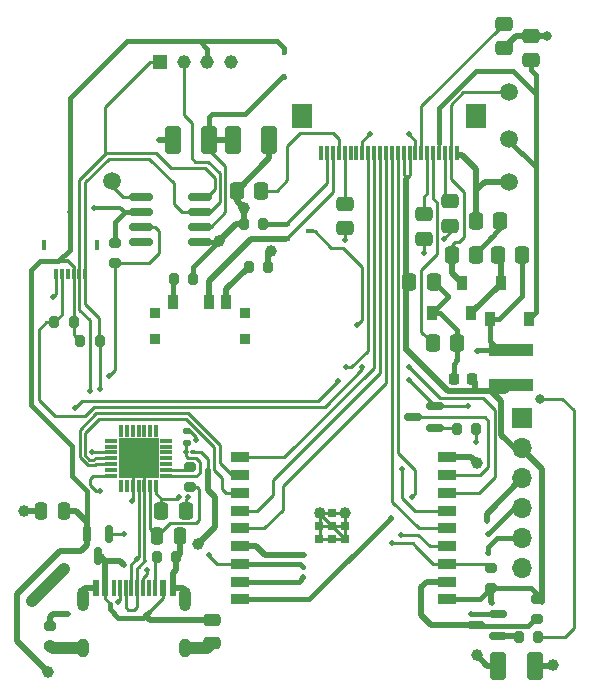
<source format=gtl>
G04 #@! TF.GenerationSoftware,KiCad,Pcbnew,6.0.11-2627ca5db0~126~ubuntu20.04.1*
G04 #@! TF.CreationDate,2023-02-17T07:43:56+01:00*
G04 #@! TF.ProjectId,C3-27-epaper-touch,43332d32-372d-4657-9061-7065722d746f,rev?*
G04 #@! TF.SameCoordinates,Original*
G04 #@! TF.FileFunction,Copper,L1,Top*
G04 #@! TF.FilePolarity,Positive*
%FSLAX46Y46*%
G04 Gerber Fmt 4.6, Leading zero omitted, Abs format (unit mm)*
G04 Created by KiCad (PCBNEW 6.0.11-2627ca5db0~126~ubuntu20.04.1) date 2023-02-17 07:43:56*
%MOMM*%
%LPD*%
G01*
G04 APERTURE LIST*
G04 Aperture macros list*
%AMRoundRect*
0 Rectangle with rounded corners*
0 $1 Rounding radius*
0 $2 $3 $4 $5 $6 $7 $8 $9 X,Y pos of 4 corners*
0 Add a 4 corners polygon primitive as box body*
4,1,4,$2,$3,$4,$5,$6,$7,$8,$9,$2,$3,0*
0 Add four circle primitives for the rounded corners*
1,1,$1+$1,$2,$3*
1,1,$1+$1,$4,$5*
1,1,$1+$1,$6,$7*
1,1,$1+$1,$8,$9*
0 Add four rect primitives between the rounded corners*
20,1,$1+$1,$2,$3,$4,$5,0*
20,1,$1+$1,$4,$5,$6,$7,0*
20,1,$1+$1,$6,$7,$8,$9,0*
20,1,$1+$1,$8,$9,$2,$3,0*%
G04 Aperture macros list end*
G04 #@! TA.AperFunction,SMDPad,CuDef*
%ADD10C,1.500000*%
G04 #@! TD*
G04 #@! TA.AperFunction,SMDPad,CuDef*
%ADD11R,0.450000X0.600000*%
G04 #@! TD*
G04 #@! TA.AperFunction,SMDPad,CuDef*
%ADD12RoundRect,0.250000X-0.337500X-0.475000X0.337500X-0.475000X0.337500X0.475000X-0.337500X0.475000X0*%
G04 #@! TD*
G04 #@! TA.AperFunction,SMDPad,CuDef*
%ADD13R,1.498600X0.889000*%
G04 #@! TD*
G04 #@! TA.AperFunction,SMDPad,CuDef*
%ADD14R,0.711200X0.711200*%
G04 #@! TD*
G04 #@! TA.AperFunction,SMDPad,CuDef*
%ADD15RoundRect,0.150000X0.587500X0.150000X-0.587500X0.150000X-0.587500X-0.150000X0.587500X-0.150000X0*%
G04 #@! TD*
G04 #@! TA.AperFunction,SMDPad,CuDef*
%ADD16RoundRect,0.250000X0.475000X-0.337500X0.475000X0.337500X-0.475000X0.337500X-0.475000X-0.337500X0*%
G04 #@! TD*
G04 #@! TA.AperFunction,SMDPad,CuDef*
%ADD17RoundRect,0.250000X0.337500X0.475000X-0.337500X0.475000X-0.337500X-0.475000X0.337500X-0.475000X0*%
G04 #@! TD*
G04 #@! TA.AperFunction,SMDPad,CuDef*
%ADD18R,0.600000X1.450000*%
G04 #@! TD*
G04 #@! TA.AperFunction,SMDPad,CuDef*
%ADD19R,0.300000X1.450000*%
G04 #@! TD*
G04 #@! TA.AperFunction,ComponentPad*
%ADD20O,1.000000X2.100000*%
G04 #@! TD*
G04 #@! TA.AperFunction,ComponentPad*
%ADD21O,1.000000X1.600000*%
G04 #@! TD*
G04 #@! TA.AperFunction,SMDPad,CuDef*
%ADD22RoundRect,0.150000X-0.150000X0.587500X-0.150000X-0.587500X0.150000X-0.587500X0.150000X0.587500X0*%
G04 #@! TD*
G04 #@! TA.AperFunction,SMDPad,CuDef*
%ADD23RoundRect,0.200000X0.275000X-0.200000X0.275000X0.200000X-0.275000X0.200000X-0.275000X-0.200000X0*%
G04 #@! TD*
G04 #@! TA.AperFunction,SMDPad,CuDef*
%ADD24RoundRect,0.200000X-0.200000X-0.275000X0.200000X-0.275000X0.200000X0.275000X-0.200000X0.275000X0*%
G04 #@! TD*
G04 #@! TA.AperFunction,SMDPad,CuDef*
%ADD25RoundRect,0.250000X0.412500X0.925000X-0.412500X0.925000X-0.412500X-0.925000X0.412500X-0.925000X0*%
G04 #@! TD*
G04 #@! TA.AperFunction,SMDPad,CuDef*
%ADD26RoundRect,0.150000X-0.825000X-0.150000X0.825000X-0.150000X0.825000X0.150000X-0.825000X0.150000X0*%
G04 #@! TD*
G04 #@! TA.AperFunction,SMDPad,CuDef*
%ADD27RoundRect,0.250000X-0.475000X0.337500X-0.475000X-0.337500X0.475000X-0.337500X0.475000X0.337500X0*%
G04 #@! TD*
G04 #@! TA.AperFunction,SMDPad,CuDef*
%ADD28RoundRect,0.200000X0.200000X0.275000X-0.200000X0.275000X-0.200000X-0.275000X0.200000X-0.275000X0*%
G04 #@! TD*
G04 #@! TA.AperFunction,SMDPad,CuDef*
%ADD29R,0.889000X1.244600*%
G04 #@! TD*
G04 #@! TA.AperFunction,SMDPad,CuDef*
%ADD30R,0.812800X0.939800*%
G04 #@! TD*
G04 #@! TA.AperFunction,SMDPad,CuDef*
%ADD31RoundRect,0.250000X-0.475000X0.250000X-0.475000X-0.250000X0.475000X-0.250000X0.475000X0.250000X0*%
G04 #@! TD*
G04 #@! TA.AperFunction,SMDPad,CuDef*
%ADD32R,0.304800X1.193800*%
G04 #@! TD*
G04 #@! TA.AperFunction,SMDPad,CuDef*
%ADD33R,1.803400X2.006600*%
G04 #@! TD*
G04 #@! TA.AperFunction,SMDPad,CuDef*
%ADD34R,0.900000X1.200000*%
G04 #@! TD*
G04 #@! TA.AperFunction,SMDPad,CuDef*
%ADD35RoundRect,0.250000X-0.250000X-0.475000X0.250000X-0.475000X0.250000X0.475000X-0.250000X0.475000X0*%
G04 #@! TD*
G04 #@! TA.AperFunction,SMDPad,CuDef*
%ADD36RoundRect,0.200000X-0.275000X0.200000X-0.275000X-0.200000X0.275000X-0.200000X0.275000X0.200000X0*%
G04 #@! TD*
G04 #@! TA.AperFunction,SMDPad,CuDef*
%ADD37RoundRect,0.250000X0.250000X0.475000X-0.250000X0.475000X-0.250000X-0.475000X0.250000X-0.475000X0*%
G04 #@! TD*
G04 #@! TA.AperFunction,SMDPad,CuDef*
%ADD38RoundRect,0.250000X-0.412500X-0.925000X0.412500X-0.925000X0.412500X0.925000X-0.412500X0.925000X0*%
G04 #@! TD*
G04 #@! TA.AperFunction,SMDPad,CuDef*
%ADD39R,0.304800X0.812800*%
G04 #@! TD*
G04 #@! TA.AperFunction,SMDPad,CuDef*
%ADD40R,0.406400X0.812800*%
G04 #@! TD*
G04 #@! TA.AperFunction,SMDPad,CuDef*
%ADD41R,0.300000X1.000000*%
G04 #@! TD*
G04 #@! TA.AperFunction,SMDPad,CuDef*
%ADD42R,1.000000X0.300000*%
G04 #@! TD*
G04 #@! TA.AperFunction,SMDPad,CuDef*
%ADD43R,3.350000X3.350000*%
G04 #@! TD*
G04 #@! TA.AperFunction,SMDPad,CuDef*
%ADD44RoundRect,0.135000X-0.185000X0.135000X-0.185000X-0.135000X0.185000X-0.135000X0.185000X0.135000X0*%
G04 #@! TD*
G04 #@! TA.AperFunction,ComponentPad*
%ADD45R,1.150000X1.150000*%
G04 #@! TD*
G04 #@! TA.AperFunction,ComponentPad*
%ADD46C,1.150000*%
G04 #@! TD*
G04 #@! TA.AperFunction,ComponentPad*
%ADD47R,1.700000X1.700000*%
G04 #@! TD*
G04 #@! TA.AperFunction,ComponentPad*
%ADD48O,1.700000X1.700000*%
G04 #@! TD*
G04 #@! TA.AperFunction,SMDPad,CuDef*
%ADD49R,0.700000X0.450000*%
G04 #@! TD*
G04 #@! TA.AperFunction,SMDPad,CuDef*
%ADD50RoundRect,0.225000X-0.225000X-0.250000X0.225000X-0.250000X0.225000X0.250000X-0.225000X0.250000X0*%
G04 #@! TD*
G04 #@! TA.AperFunction,SMDPad,CuDef*
%ADD51R,3.708400X1.092200*%
G04 #@! TD*
G04 #@! TA.AperFunction,SMDPad,CuDef*
%ADD52RoundRect,0.100000X-0.130000X-0.100000X0.130000X-0.100000X0.130000X0.100000X-0.130000X0.100000X0*%
G04 #@! TD*
G04 #@! TA.AperFunction,ViaPad*
%ADD53C,0.500000*%
G04 #@! TD*
G04 #@! TA.AperFunction,ViaPad*
%ADD54C,1.000000*%
G04 #@! TD*
G04 #@! TA.AperFunction,ViaPad*
%ADD55C,0.800000*%
G04 #@! TD*
G04 #@! TA.AperFunction,Conductor*
%ADD56C,0.250000*%
G04 #@! TD*
G04 #@! TA.AperFunction,Conductor*
%ADD57C,0.500000*%
G04 #@! TD*
G04 #@! TA.AperFunction,Conductor*
%ADD58C,0.400000*%
G04 #@! TD*
G04 #@! TA.AperFunction,Conductor*
%ADD59C,1.000000*%
G04 #@! TD*
G04 #@! TA.AperFunction,Conductor*
%ADD60C,0.300000*%
G04 #@! TD*
G04 APERTURE END LIST*
D10*
X156550000Y-82300000D03*
D11*
X137471501Y-73420000D03*
X137471501Y-71320000D03*
D12*
X133475000Y-83050000D03*
X135550000Y-83050000D03*
D10*
X122900000Y-82250000D03*
D13*
X151264000Y-117655087D03*
X151264000Y-116155087D03*
X151264000Y-114655085D03*
X151264000Y-113155086D03*
X151264000Y-111655086D03*
X151264000Y-110155087D03*
X151264000Y-108655087D03*
X151264000Y-107155085D03*
X151264000Y-105655085D03*
X133764000Y-105655085D03*
X133764000Y-107155085D03*
X133764000Y-108655087D03*
X133764000Y-110155087D03*
X133764000Y-111655086D03*
X133764000Y-113155086D03*
X133764000Y-114655085D03*
X133764000Y-116155087D03*
X133764000Y-117655087D03*
D14*
X142658198Y-112555110D03*
X141558198Y-112555110D03*
X140458198Y-112555110D03*
X142658300Y-111455112D03*
X141558300Y-111455112D03*
X140458299Y-111455112D03*
X142658198Y-110355114D03*
X141558198Y-110355114D03*
X140458198Y-110355114D03*
D15*
X155587500Y-120800000D03*
X155587500Y-118900000D03*
X153712500Y-119850000D03*
D16*
X149300000Y-87137500D03*
X149300000Y-85062500D03*
D17*
X152137500Y-96000000D03*
X150062500Y-96000000D03*
D18*
X121550000Y-116705000D03*
X122350000Y-116705000D03*
D19*
X123550000Y-116705000D03*
X124550000Y-116705000D03*
X125050000Y-116705000D03*
X126050000Y-116705000D03*
D18*
X127250000Y-116705000D03*
X128050000Y-116705000D03*
X128050000Y-116705000D03*
X127250000Y-116705000D03*
D19*
X126550000Y-116705000D03*
X125550000Y-116705000D03*
X124050000Y-116705000D03*
X123050000Y-116705000D03*
D18*
X122350000Y-116705000D03*
X121550000Y-116705000D03*
D20*
X129120000Y-117620000D03*
D21*
X129120000Y-121800000D03*
X120480000Y-121800000D03*
D20*
X120480000Y-117620000D03*
D22*
X122650000Y-112125000D03*
X120750000Y-112125000D03*
X121700000Y-114000000D03*
D23*
X129510000Y-108125000D03*
X129510000Y-106475000D03*
D12*
X155550000Y-88500000D03*
X157625000Y-88500000D03*
D24*
X128125000Y-90550000D03*
X129775000Y-90550000D03*
D25*
X131137500Y-78800000D03*
X128062500Y-78800000D03*
D17*
X155787500Y-85650000D03*
X153712500Y-85650000D03*
D26*
X125375000Y-83595000D03*
X125375000Y-84865000D03*
X125375000Y-86135000D03*
X125375000Y-87405000D03*
X130325000Y-87405000D03*
X130325000Y-86135000D03*
X130325000Y-84865000D03*
X130325000Y-83595000D03*
D27*
X158400000Y-69962500D03*
X158400000Y-72037500D03*
D24*
X134475000Y-89530000D03*
X136125000Y-89530000D03*
D28*
X158980000Y-120820000D03*
X157330000Y-120820000D03*
D10*
X156550000Y-74750000D03*
D16*
X156100000Y-71000000D03*
X156100000Y-68925000D03*
D28*
X153745000Y-103210000D03*
X152095000Y-103210000D03*
D29*
X128102100Y-92454820D03*
X131099300Y-92454820D03*
X132597900Y-92454820D03*
D30*
X126550160Y-93399700D03*
X134149840Y-93399700D03*
X126550160Y-95660300D03*
X134149840Y-95660300D03*
D31*
X131400000Y-119450000D03*
X131400000Y-121350000D03*
D32*
X152100001Y-79895600D03*
X151600000Y-79895600D03*
X151100001Y-79895600D03*
X150599999Y-79895600D03*
X150100000Y-79895600D03*
X149600001Y-79895600D03*
X149100000Y-79895600D03*
X148600001Y-79895600D03*
X148099999Y-79895600D03*
X147600000Y-79895600D03*
X147100001Y-79895600D03*
X146600000Y-79895600D03*
X146100000Y-79895600D03*
X145599999Y-79895600D03*
X145100000Y-79895600D03*
X144600001Y-79895600D03*
X144099999Y-79895600D03*
X143600000Y-79895600D03*
X143099999Y-79895600D03*
X142600000Y-79895600D03*
X142100001Y-79895600D03*
X141599999Y-79895600D03*
X141100000Y-79895600D03*
X140600001Y-79895600D03*
D33*
X153750000Y-76745601D03*
X138950000Y-76745601D03*
D17*
X153737500Y-88500000D03*
X151662500Y-88500000D03*
D24*
X126675000Y-114100000D03*
X128325000Y-114100000D03*
D15*
X150237500Y-103190000D03*
X150237500Y-101290000D03*
X148362500Y-102240000D03*
D34*
X155800000Y-90850000D03*
X152500000Y-90850000D03*
D35*
X126750000Y-112300000D03*
X128650000Y-112300000D03*
D36*
X123150000Y-87525000D03*
X123150000Y-89175000D03*
D28*
X119650000Y-94200000D03*
X118000000Y-94200000D03*
D37*
X118800000Y-110200000D03*
X116900000Y-110200000D03*
D38*
X155625000Y-123270000D03*
X158700000Y-123270000D03*
D17*
X129157500Y-110180000D03*
X127082500Y-110180000D03*
D28*
X135725000Y-85850000D03*
X134075000Y-85850000D03*
D39*
X118150000Y-90139000D03*
X118649999Y-90139000D03*
X119150001Y-90139000D03*
X119650000Y-90139000D03*
X120150001Y-90139000D03*
X120650000Y-90139000D03*
D40*
X121650001Y-87625878D03*
X117149999Y-87625878D03*
D24*
X120200000Y-95820000D03*
X121850000Y-95820000D03*
D36*
X117650000Y-119925000D03*
X117650000Y-121575000D03*
D16*
X142600000Y-86237500D03*
X142600000Y-84162500D03*
D41*
X123650000Y-108075000D03*
X124150000Y-108075000D03*
X124650000Y-108075000D03*
X125150000Y-108075000D03*
X125650000Y-108075000D03*
X126150000Y-108075000D03*
X126650000Y-108075000D03*
D42*
X127500000Y-107225000D03*
X127500000Y-106725000D03*
X127500000Y-106225000D03*
X127500000Y-105725000D03*
X127500000Y-105225000D03*
X127500000Y-104725000D03*
X127500000Y-104225000D03*
D41*
X126650000Y-103375000D03*
X126150000Y-103375000D03*
X125650000Y-103375000D03*
X125150000Y-103375000D03*
X124650000Y-103375000D03*
X124150000Y-103375000D03*
X123650000Y-103375000D03*
D42*
X122800000Y-104225000D03*
X122800000Y-104725000D03*
X122800000Y-105225000D03*
X122800000Y-105725000D03*
X122800000Y-106225000D03*
X122800000Y-106725000D03*
X122800000Y-107225000D03*
D43*
X125150000Y-105725000D03*
D44*
X129260000Y-103410000D03*
X129260000Y-104430000D03*
D45*
X126971501Y-72200000D03*
D46*
X128971502Y-72200000D03*
X130971501Y-72200000D03*
X132971502Y-72200000D03*
D34*
X150000000Y-93450000D03*
X153300000Y-93450000D03*
D17*
X150137500Y-90800000D03*
X148062500Y-90800000D03*
D47*
X157650000Y-102350000D03*
D48*
X157650000Y-104890000D03*
X157650000Y-107430000D03*
X157650000Y-109970000D03*
X157650000Y-112510000D03*
X157650000Y-115050000D03*
D38*
X133162500Y-78800000D03*
X136237500Y-78800000D03*
D10*
X156550000Y-78650000D03*
D49*
X137650000Y-85850000D03*
X137650000Y-87150000D03*
X139650000Y-86500000D03*
D50*
X151850000Y-99050000D03*
X153400000Y-99050000D03*
D23*
X155000000Y-116675000D03*
X155000000Y-115025000D03*
D51*
X156650000Y-96551400D03*
X156650000Y-99548600D03*
D34*
X158200000Y-93950000D03*
X154900000Y-93950000D03*
D52*
X129160000Y-105220000D03*
X129800000Y-105220000D03*
D16*
X151550000Y-86037500D03*
X151550000Y-83962500D03*
D36*
X158910000Y-117665000D03*
X158910000Y-119315000D03*
D53*
X142740000Y-98030000D03*
X144100000Y-98010000D03*
X151350000Y-92025000D03*
D54*
X160270000Y-123250000D03*
D55*
X159750000Y-69950000D03*
D53*
X148050000Y-78275000D03*
X123900000Y-112100000D03*
D54*
X153810000Y-106130000D03*
D53*
X130030000Y-104150000D03*
D54*
X131930000Y-87340000D03*
D53*
X149300000Y-88300000D03*
X151000000Y-87150000D03*
X129330000Y-108990000D03*
X117900000Y-92100000D03*
X155000000Y-87050000D03*
D54*
X140490000Y-110380000D03*
X142650000Y-110320000D03*
X134090000Y-84520000D03*
D53*
X142600000Y-87250000D03*
D54*
X136360000Y-88140000D03*
D53*
X124575000Y-109300000D03*
D54*
X115450000Y-110220000D03*
D53*
X126850000Y-78800000D03*
X152150000Y-97400000D03*
X126275000Y-105275000D03*
D54*
X116100000Y-117800000D03*
D53*
X144725000Y-78250000D03*
D54*
X118800000Y-115075000D03*
D53*
X125525000Y-104325000D03*
X119350000Y-84900000D03*
X121350000Y-84500000D03*
D54*
X117500000Y-123800000D03*
X153800000Y-122410000D03*
D53*
X155100000Y-117950000D03*
X131600000Y-110830000D03*
X123900000Y-114750000D03*
X128550000Y-108970000D03*
D54*
X130200000Y-112950000D03*
D53*
X131000000Y-106960000D03*
X148080000Y-97990000D03*
X146590000Y-112910000D03*
X121040000Y-100060000D03*
X125900000Y-115200000D03*
X125000000Y-114225000D03*
X154770000Y-113720000D03*
X139090000Y-115780000D03*
X131080000Y-113950000D03*
X122650000Y-98750000D03*
X154770000Y-112100000D03*
X139080000Y-114900000D03*
X154630000Y-111030000D03*
X139130000Y-113880000D03*
X143650000Y-94400000D03*
X153800000Y-96650000D03*
X148270000Y-108960000D03*
X146520000Y-110740000D03*
X147440000Y-106650000D03*
X123450000Y-117850000D03*
X119150000Y-118900000D03*
X153730000Y-104360000D03*
X153325000Y-118925000D03*
X121200000Y-105200000D03*
X153030000Y-101310000D03*
X119800000Y-101425000D03*
X148040000Y-99110000D03*
X121900000Y-108500000D03*
X142050000Y-99180000D03*
D55*
X159170000Y-100680000D03*
D53*
X121925000Y-99875000D03*
X147380000Y-112210000D03*
D56*
X142740000Y-98030000D02*
X143180000Y-98030000D01*
X144600001Y-80195600D02*
X144600001Y-96279999D01*
X143180000Y-98030000D02*
X144600001Y-96609999D01*
X144600001Y-96609999D02*
X144600001Y-96279999D01*
X144100000Y-98150000D02*
X144100000Y-98010000D01*
X140900000Y-101350000D02*
X144100000Y-98150000D01*
X142154888Y-111455112D02*
X141024888Y-111455112D01*
D57*
X128650000Y-113800000D02*
X128650000Y-112300000D01*
D56*
X125650000Y-114400000D02*
X125162500Y-114887500D01*
X129260000Y-103410000D02*
X129510000Y-103410000D01*
D57*
X158387500Y-69950000D02*
X157150000Y-69950000D01*
D56*
X125162500Y-114887500D02*
X125687500Y-114362500D01*
D58*
X155787500Y-86262500D02*
X155787500Y-85650000D01*
D57*
X116900000Y-110200000D02*
X115470000Y-110200000D01*
D59*
X130950000Y-121800000D02*
X129120000Y-121800000D01*
D56*
X124800000Y-118600000D02*
X125050000Y-118350000D01*
D58*
X151850000Y-99050000D02*
X151850000Y-97700000D01*
D57*
X128050000Y-116705000D02*
X128945000Y-116705000D01*
X133475000Y-83905000D02*
X134090000Y-84520000D01*
D56*
X129510000Y-103410000D02*
X130030000Y-103930000D01*
D57*
X128325000Y-115175000D02*
X128325000Y-114100000D01*
D56*
X118150000Y-90439000D02*
X118150000Y-91850000D01*
X142600000Y-86237500D02*
X142600000Y-87250000D01*
X125650000Y-108075000D02*
X125650000Y-114400000D01*
D58*
X152150000Y-96012500D02*
X152137500Y-96000000D01*
D57*
X136125000Y-89530000D02*
X136125000Y-88375000D01*
D56*
X158412500Y-69950000D02*
X158400000Y-69962500D01*
D59*
X118800000Y-115075000D02*
X116100000Y-117775000D01*
D58*
X130325000Y-87405000D02*
X131865000Y-87405000D01*
D56*
X124050000Y-116705000D02*
X124050000Y-118350000D01*
X124050000Y-118350000D02*
X124300000Y-118600000D01*
X130030000Y-103930000D02*
X130030000Y-104150000D01*
D58*
X131930000Y-87340000D02*
X129775000Y-89495000D01*
D57*
X129120000Y-116880000D02*
X129120000Y-117620000D01*
D56*
X123900000Y-112100000D02*
X122675000Y-112100000D01*
X140500000Y-110350000D02*
X140500000Y-112550000D01*
X124300000Y-118600000D02*
X124800000Y-118600000D01*
X144099999Y-79895600D02*
X144099999Y-78875001D01*
D57*
X128945000Y-116705000D02*
X129120000Y-116880000D01*
D56*
X151550000Y-86037500D02*
X151550000Y-86600000D01*
X129260000Y-103410000D02*
X129570000Y-103410000D01*
X122675000Y-112100000D02*
X122650000Y-112125000D01*
X148600001Y-78825001D02*
X148050000Y-78275000D01*
X140500000Y-112550000D02*
X142653088Y-112550000D01*
D57*
X128350000Y-114100000D02*
X128650000Y-113800000D01*
D58*
X153737500Y-88312500D02*
X154850000Y-87200000D01*
D56*
X125050000Y-118350000D02*
X125050000Y-116705000D01*
D58*
X154850000Y-87200000D02*
X155787500Y-86262500D01*
D56*
X148600001Y-79895600D02*
X148600001Y-78825001D01*
X124650000Y-109225000D02*
X124575000Y-109300000D01*
D58*
X152137500Y-96000000D02*
X152137500Y-94887500D01*
X131865000Y-87405000D02*
X131930000Y-87340000D01*
X152150000Y-97400000D02*
X152150000Y-96012500D01*
D57*
X128050000Y-115450000D02*
X128325000Y-115175000D01*
X121550000Y-116705000D02*
X120655000Y-116705000D01*
X120655000Y-116705000D02*
X120480000Y-116880000D01*
X158400000Y-69962500D02*
X158387500Y-69950000D01*
D56*
X144099999Y-78875001D02*
X144725000Y-78250000D01*
D59*
X131400000Y-121350000D02*
X130950000Y-121800000D01*
D56*
X125050000Y-115000000D02*
X125162500Y-114887500D01*
X151550000Y-86600000D02*
X151000000Y-87150000D01*
X125050000Y-116705000D02*
X125050000Y-115000000D01*
D57*
X136125000Y-88375000D02*
X136360000Y-88140000D01*
X133475000Y-83050000D02*
X133475000Y-83905000D01*
X157150000Y-69950000D02*
X156100000Y-71000000D01*
X128062500Y-78800000D02*
X126850000Y-78800000D01*
D58*
X150000000Y-93450000D02*
X151350000Y-92100000D01*
D56*
X142653084Y-112550000D02*
X140458198Y-110355114D01*
D57*
X133420000Y-85850000D02*
X134075000Y-85850000D01*
X134075000Y-85850000D02*
X134075000Y-84535000D01*
D58*
X129775000Y-89495000D02*
X129775000Y-90550000D01*
D56*
X124650000Y-108075000D02*
X124650000Y-109225000D01*
X142653088Y-112550000D02*
X142658198Y-112555110D01*
D58*
X153737500Y-88500000D02*
X153737500Y-88312500D01*
D57*
X160250000Y-123270000D02*
X160270000Y-123250000D01*
D56*
X129157500Y-109162500D02*
X129330000Y-108990000D01*
D57*
X120480000Y-116880000D02*
X120480000Y-117620000D01*
D56*
X142700000Y-110350000D02*
X140500000Y-110350000D01*
X118150000Y-91850000D02*
X117900000Y-92100000D01*
D57*
X134075000Y-84535000D02*
X134090000Y-84520000D01*
X133500000Y-83050000D02*
X136237500Y-80312500D01*
D56*
X141024888Y-111455112D02*
X140458299Y-111455112D01*
D57*
X128325000Y-114100000D02*
X128350000Y-114100000D01*
X151264000Y-105655085D02*
X153335085Y-105655085D01*
D59*
X117875000Y-121800000D02*
X117650000Y-121575000D01*
D58*
X151350000Y-92025000D02*
X151350000Y-92012500D01*
X150000000Y-93450000D02*
X150525000Y-93450000D01*
D57*
X153335085Y-105655085D02*
X153810000Y-106130000D01*
X131930000Y-87340000D02*
X133420000Y-85850000D01*
D56*
X149300000Y-87137500D02*
X149300000Y-88300000D01*
D58*
X151350000Y-92100000D02*
X151350000Y-92025000D01*
X151850000Y-97700000D02*
X152150000Y-97400000D01*
D59*
X116100000Y-117775000D02*
X116100000Y-117800000D01*
D56*
X124650000Y-108075000D02*
X124650000Y-106225000D01*
D57*
X136237500Y-80312500D02*
X136237500Y-78800000D01*
D58*
X152137500Y-94887500D02*
X150700000Y-93450000D01*
D57*
X128050000Y-116705000D02*
X128050000Y-115450000D01*
D56*
X142658300Y-111455112D02*
X142154888Y-111455112D01*
D58*
X150700000Y-93450000D02*
X150000000Y-93450000D01*
D56*
X125650000Y-108075000D02*
X125650000Y-106225000D01*
D57*
X133475000Y-83050000D02*
X133500000Y-83050000D01*
X159750000Y-69950000D02*
X158412500Y-69950000D01*
D58*
X151350000Y-92012500D02*
X150137500Y-90800000D01*
D56*
X129157500Y-110180000D02*
X129157500Y-109162500D01*
X142658198Y-112555110D02*
X142658198Y-110355114D01*
D59*
X120480000Y-121800000D02*
X117875000Y-121800000D01*
D57*
X158700000Y-123270000D02*
X160250000Y-123270000D01*
X115470000Y-110200000D02*
X115450000Y-110220000D01*
D58*
X119350000Y-84900000D02*
X119350000Y-75250000D01*
D56*
X148099999Y-80195600D02*
X148099999Y-81750001D01*
D57*
X118510000Y-113550000D02*
X120250000Y-113550000D01*
D58*
X116050000Y-101200000D02*
X116050000Y-89800000D01*
D56*
X148099999Y-81750001D02*
X147874999Y-81975001D01*
D58*
X130325000Y-70400000D02*
X136900000Y-70400000D01*
D57*
X155860000Y-100880000D02*
X155860000Y-103760000D01*
D58*
X116900000Y-102050000D02*
X119500000Y-104650000D01*
D57*
X114860000Y-121160000D02*
X114860000Y-117200000D01*
X151370000Y-100020000D02*
X153650000Y-100020000D01*
D58*
X154019913Y-117655087D02*
X155000000Y-116675000D01*
D57*
X114860000Y-117200000D02*
X118510000Y-113550000D01*
D58*
X130325000Y-70400000D02*
X130971501Y-71046501D01*
X118350000Y-89050000D02*
X119350000Y-88050000D01*
D57*
X117500000Y-123800000D02*
X114860000Y-121160000D01*
X155100000Y-117950000D02*
X155000000Y-117850000D01*
X155000000Y-117850000D02*
X155000000Y-116675000D01*
X159300000Y-106650000D02*
X159300000Y-117870000D01*
X155000000Y-100020000D02*
X155860000Y-100880000D01*
X153960000Y-100020000D02*
X155000000Y-100020000D01*
X147874999Y-81975001D02*
X147790000Y-82060000D01*
X147790000Y-96520000D02*
X147870000Y-96520000D01*
D58*
X119350000Y-88050000D02*
X119350000Y-84900000D01*
X137471501Y-70971501D02*
X137471501Y-71320000D01*
D57*
X120750000Y-113050000D02*
X120750000Y-112125000D01*
D58*
X124200000Y-70400000D02*
X130325000Y-70400000D01*
D57*
X158000000Y-105350000D02*
X159300000Y-106650000D01*
D58*
X130971501Y-71046501D02*
X130971501Y-72200000D01*
D57*
X153650000Y-100020000D02*
X153960000Y-100020000D01*
D60*
X123620000Y-84500000D02*
X123985000Y-84865000D01*
D57*
X153650000Y-100020000D02*
X153650000Y-99300000D01*
X147790000Y-82060000D02*
X147790000Y-96520000D01*
D58*
X125375000Y-84865000D02*
X123985000Y-84865000D01*
D60*
X118350000Y-89050000D02*
X119175000Y-89050000D01*
D57*
X147870000Y-96520000D02*
X151370000Y-100020000D01*
D58*
X123150000Y-85700000D02*
X123150000Y-87525000D01*
X116800000Y-89050000D02*
X118350000Y-89050000D01*
D60*
X121350000Y-84500000D02*
X123620000Y-84500000D01*
D57*
X153960000Y-100020000D02*
X156178600Y-100020000D01*
X120250000Y-113550000D02*
X120750000Y-113050000D01*
X118800000Y-110200000D02*
X119870000Y-110200000D01*
D58*
X158375000Y-116675000D02*
X159300000Y-117600000D01*
X119500000Y-104650000D02*
X119500000Y-107250000D01*
X116050000Y-89800000D02*
X116800000Y-89050000D01*
X120750000Y-108500000D02*
X120750000Y-111080000D01*
D57*
X120750000Y-111080000D02*
X120750000Y-112125000D01*
D58*
X123985000Y-84865000D02*
X123150000Y-85700000D01*
D56*
X147600000Y-81700002D02*
X147874999Y-81975001D01*
X119650000Y-95270000D02*
X120200000Y-95820000D01*
X119650000Y-94200000D02*
X119650000Y-95270000D01*
D58*
X116900000Y-102050000D02*
X116050000Y-101200000D01*
X119500000Y-107250000D02*
X120750000Y-108500000D01*
D57*
X156178600Y-100020000D02*
X156650000Y-99548600D01*
D60*
X119175000Y-89050000D02*
X119650000Y-89525000D01*
D57*
X158000000Y-104700000D02*
X158000000Y-105350000D01*
D56*
X147600000Y-80195600D02*
X147600000Y-81700002D01*
D57*
X156990000Y-104890000D02*
X157650000Y-104890000D01*
D58*
X155000000Y-116675000D02*
X158375000Y-116675000D01*
D57*
X153800000Y-122410000D02*
X154660000Y-123270000D01*
D58*
X136900000Y-70400000D02*
X137471501Y-70971501D01*
D57*
X153650000Y-99300000D02*
X153400000Y-99050000D01*
X155860000Y-103760000D02*
X156990000Y-104890000D01*
D58*
X151264000Y-117655087D02*
X152244913Y-117655087D01*
D56*
X119650000Y-89525000D02*
X119650000Y-90139000D01*
D57*
X154660000Y-123270000D02*
X155625000Y-123270000D01*
D56*
X119650000Y-90139000D02*
X119650000Y-94200000D01*
D58*
X119350000Y-75250000D02*
X124200000Y-70400000D01*
D57*
X119870000Y-110200000D02*
X120750000Y-111080000D01*
D58*
X152244913Y-117655087D02*
X154019913Y-117655087D01*
D56*
X125775000Y-119025000D02*
X125700000Y-119100000D01*
D57*
X131600000Y-110830000D02*
X131600000Y-108970000D01*
D58*
X123450000Y-119250000D02*
X122700000Y-118500000D01*
D57*
X123550000Y-114400000D02*
X123900000Y-114750000D01*
D56*
X127250000Y-117550000D02*
X126025000Y-118775000D01*
X127082500Y-109132500D02*
X128387500Y-109132500D01*
D57*
X131600000Y-111550000D02*
X131600000Y-110830000D01*
D56*
X126650000Y-108075000D02*
X126650000Y-108700000D01*
D57*
X122350000Y-116705000D02*
X122350000Y-114400000D01*
D56*
X127082500Y-109132500D02*
X127082500Y-110180000D01*
X130450000Y-105220000D02*
X131000000Y-105770000D01*
D57*
X122350000Y-114400000D02*
X121950000Y-114000000D01*
X131000000Y-108370000D02*
X131000000Y-106730000D01*
X131400000Y-119450000D02*
X126150000Y-119450000D01*
D56*
X122350000Y-117600000D02*
X122700000Y-117950000D01*
X122350000Y-116705000D02*
X122350000Y-117600000D01*
D57*
X126150000Y-119450000D02*
X125775000Y-119075000D01*
D56*
X122700000Y-117950000D02*
X122700000Y-118050000D01*
D58*
X122700000Y-118500000D02*
X122700000Y-118050000D01*
X126025000Y-118775000D02*
X125775000Y-119025000D01*
D57*
X121950000Y-114000000D02*
X121700000Y-114000000D01*
D56*
X128387500Y-109132500D02*
X128550000Y-108970000D01*
D58*
X125550000Y-119250000D02*
X123450000Y-119250000D01*
D56*
X127250000Y-116705000D02*
X127250000Y-117550000D01*
D57*
X131600000Y-108970000D02*
X131000000Y-108370000D01*
X125775000Y-119075000D02*
X125775000Y-119025000D01*
D58*
X126025000Y-118775000D02*
X125550000Y-119250000D01*
D56*
X129800000Y-105220000D02*
X130450000Y-105220000D01*
X131000000Y-105770000D02*
X131000000Y-106730000D01*
D57*
X130200000Y-112950000D02*
X131600000Y-111550000D01*
D56*
X126650000Y-108700000D02*
X127082500Y-109132500D01*
D57*
X122350000Y-114400000D02*
X123550000Y-114400000D01*
D56*
X154310000Y-100620000D02*
X155290000Y-101600000D01*
X155290000Y-107330000D02*
X153964913Y-108655087D01*
X150680000Y-100620000D02*
X154310000Y-100620000D01*
X118050000Y-102125000D02*
X116700000Y-100775000D01*
X155290000Y-101600000D02*
X155290000Y-107330000D01*
X121375000Y-101350000D02*
X140900000Y-101350000D01*
X120600000Y-102125000D02*
X121375000Y-101350000D01*
X118050000Y-102125000D02*
X120600000Y-102125000D01*
X118649999Y-93550001D02*
X118000000Y-94200000D01*
X117350000Y-94200000D02*
X118000000Y-94200000D01*
X118649999Y-90439000D02*
X118649999Y-93550001D01*
X153964913Y-108655087D02*
X151264000Y-108655087D01*
X116700000Y-100775000D02*
X116700000Y-94850000D01*
X148080000Y-98020000D02*
X150680000Y-100620000D01*
X148080000Y-97990000D02*
X148080000Y-98020000D01*
X116700000Y-94850000D02*
X117350000Y-94200000D01*
X142600000Y-80195600D02*
X142600000Y-84162500D01*
X136900000Y-83050000D02*
X137750000Y-82200000D01*
X142100001Y-78700001D02*
X142100001Y-79895600D01*
X135550000Y-83050000D02*
X136900000Y-83050000D01*
X137750000Y-82200000D02*
X137750000Y-79275000D01*
X137750000Y-79275000D02*
X138850000Y-78175000D01*
X138850000Y-78175000D02*
X141575000Y-78175000D01*
X141575000Y-78175000D02*
X142100001Y-78700001D01*
X126600000Y-79850000D02*
X127900000Y-81150000D01*
X130325000Y-83595000D02*
X130955000Y-83595000D01*
X120150001Y-90439000D02*
X120150001Y-93150001D01*
X122350000Y-79950000D02*
X122450000Y-79850000D01*
X150115085Y-114655085D02*
X148660000Y-113200000D01*
X120150001Y-90139000D02*
X120150001Y-82149999D01*
X122350000Y-79950000D02*
X122350000Y-76000000D01*
X121050000Y-94050000D02*
X121050000Y-100050000D01*
X126150000Y-72200000D02*
X126971501Y-72200000D01*
X151264000Y-114655085D02*
X150115085Y-114655085D01*
X121050000Y-100050000D02*
X121040000Y-100060000D01*
X127900000Y-81150000D02*
X130750000Y-81150000D01*
X148370000Y-112910000D02*
X146590000Y-112910000D01*
X151264000Y-114655085D02*
X154630085Y-114655085D01*
X148660000Y-113200000D02*
X148370000Y-112910000D01*
X131600000Y-82000000D02*
X131600000Y-82950000D01*
X122450000Y-79850000D02*
X124550000Y-79850000D01*
X122350000Y-76000000D02*
X126150000Y-72200000D01*
X120150001Y-82149999D02*
X122350000Y-79950000D01*
X130750000Y-81150000D02*
X131600000Y-82000000D01*
X154630085Y-114655085D02*
X155000000Y-115025000D01*
X124550000Y-79850000D02*
X126600000Y-79850000D01*
X130955000Y-83595000D02*
X131600000Y-82950000D01*
X121050000Y-94050000D02*
X120150001Y-93150001D01*
X151100001Y-83512501D02*
X151550000Y-83962500D01*
X151100001Y-80195600D02*
X151100001Y-83512501D01*
D57*
X154450000Y-82300000D02*
X153712500Y-83037500D01*
X153712500Y-81212500D02*
X152550000Y-80050000D01*
X152550000Y-80050000D02*
X152300000Y-80050000D01*
X153712500Y-83037500D02*
X153712500Y-81212500D01*
X153712500Y-85650000D02*
X153712500Y-83037500D01*
X156550000Y-82300000D02*
X154450000Y-82300000D01*
D56*
X125150000Y-108075000D02*
X125150000Y-114075000D01*
X124550000Y-114675000D02*
X124550000Y-116705000D01*
X125900000Y-115500000D02*
X125900000Y-115200000D01*
X125850000Y-115550000D02*
X125900000Y-115500000D01*
X125000000Y-114225000D02*
X124550000Y-114675000D01*
X125550000Y-115850000D02*
X125850000Y-115550000D01*
X125550000Y-116705000D02*
X125550000Y-115850000D01*
X125150000Y-114075000D02*
X125000000Y-114225000D01*
X126550000Y-116705000D02*
X126550000Y-114225000D01*
X126550000Y-114225000D02*
X126675000Y-114100000D01*
X149100000Y-75925000D02*
X156100000Y-68925000D01*
X149100000Y-79895600D02*
X149100000Y-75925000D01*
X150100000Y-83750000D02*
X150400000Y-84050000D01*
X149168750Y-95106250D02*
X150062500Y-96000000D01*
X150400000Y-88425000D02*
X149075000Y-89750000D01*
X150100000Y-80195600D02*
X150100000Y-83750000D01*
X149075000Y-95012500D02*
X149168750Y-95106250D01*
X149075000Y-89750000D02*
X149075000Y-95012500D01*
X150400000Y-84050000D02*
X150400000Y-88425000D01*
X154750000Y-102540000D02*
X154750000Y-106480000D01*
X154450000Y-102240000D02*
X154750000Y-102540000D01*
X148362500Y-102240000D02*
X154450000Y-102240000D01*
X154074915Y-107155085D02*
X151264000Y-107155085D01*
X154750000Y-106480000D02*
X154074915Y-107155085D01*
D58*
X154770000Y-113720000D02*
X154770000Y-113210000D01*
X133764000Y-116155087D02*
X138714913Y-116155087D01*
X154770000Y-113210000D02*
X155470000Y-112510000D01*
X155470000Y-112510000D02*
X157650000Y-112510000D01*
X138714913Y-116155087D02*
X139090000Y-115780000D01*
D56*
X126900000Y-86450000D02*
X126900000Y-88350000D01*
X126585000Y-86135000D02*
X126900000Y-86450000D01*
X126900000Y-88350000D02*
X126075000Y-89175000D01*
X131805085Y-114655085D02*
X133005085Y-114655085D01*
X123150000Y-89175000D02*
X123150000Y-98250000D01*
X123150000Y-98250000D02*
X122650000Y-98750000D01*
X133005085Y-114655085D02*
X133764000Y-114655085D01*
X125375000Y-86135000D02*
X126585000Y-86135000D01*
D58*
X154770000Y-112100000D02*
X156900000Y-109970000D01*
X156900000Y-109970000D02*
X157650000Y-109970000D01*
D56*
X126075000Y-89175000D02*
X123150000Y-89175000D01*
D58*
X134325085Y-114655085D02*
X138835085Y-114655085D01*
X138835085Y-114655085D02*
X139080000Y-114900000D01*
X133764000Y-114655085D02*
X134325085Y-114655085D01*
D56*
X131150000Y-114000000D02*
X131805085Y-114655085D01*
D57*
X135860000Y-113880000D02*
X135130000Y-113150000D01*
X154630000Y-110450000D02*
X154630000Y-111030000D01*
X135130000Y-113150000D02*
X133769086Y-113150000D01*
X139130000Y-113880000D02*
X135860000Y-113880000D01*
X133769086Y-113150000D02*
X133764000Y-113155086D01*
X157650000Y-107430000D02*
X154630000Y-110450000D01*
D56*
X149300000Y-83600000D02*
X149300000Y-85062500D01*
X149600001Y-83299999D02*
X149300000Y-83600000D01*
X149600001Y-80195600D02*
X149600001Y-83299999D01*
D58*
X156880000Y-72950000D02*
X158800000Y-74870000D01*
X150599999Y-79050001D02*
X150599999Y-76049999D01*
X158800000Y-74870000D02*
X158800000Y-81100000D01*
D56*
X150599999Y-79895600D02*
X150599999Y-79050001D01*
D58*
X158800000Y-81100000D02*
X156450000Y-78750000D01*
X158800000Y-93350000D02*
X158200000Y-93950000D01*
X158800000Y-74870000D02*
X158800000Y-73250000D01*
X158400000Y-72850000D02*
X158400000Y-72037500D01*
X150599999Y-76049999D02*
X153699998Y-72950000D01*
X158800000Y-81100000D02*
X158800000Y-93350000D01*
X158800000Y-73250000D02*
X158400000Y-72850000D01*
X153699998Y-72950000D02*
X156880000Y-72950000D01*
D56*
X152660000Y-74750000D02*
X156550000Y-74750000D01*
D57*
X152500000Y-90850000D02*
X151675000Y-90025000D01*
D56*
X152300000Y-87400000D02*
X151950000Y-87400000D01*
X151600000Y-80195600D02*
X151600000Y-82050000D01*
X151600000Y-82050000D02*
X152700000Y-83150000D01*
X151950000Y-87400000D02*
X151662500Y-87687500D01*
X151662500Y-87687500D02*
X151662500Y-88500000D01*
X151600000Y-79895600D02*
X151600000Y-75810000D01*
D57*
X151675000Y-88512500D02*
X151662500Y-88500000D01*
D56*
X152700000Y-87000000D02*
X152300000Y-87400000D01*
X151600000Y-75810000D02*
X152660000Y-74750000D01*
D57*
X151675000Y-90025000D02*
X151675000Y-88512500D01*
D56*
X152700000Y-83150000D02*
X152700000Y-87000000D01*
D57*
X155800000Y-90950000D02*
X153300000Y-93450000D01*
X155800000Y-90850000D02*
X155800000Y-90950000D01*
X155800000Y-88750000D02*
X155550000Y-88500000D01*
X155800000Y-90850000D02*
X155800000Y-88750000D01*
D58*
X154900000Y-93950000D02*
X155650000Y-93950000D01*
D56*
X144050000Y-94000000D02*
X144050000Y-89500000D01*
X140050000Y-86500000D02*
X139650000Y-86500000D01*
X141450000Y-87900000D02*
X140050000Y-86500000D01*
X142450000Y-87900000D02*
X141450000Y-87900000D01*
D58*
X154900000Y-95800000D02*
X154900000Y-93950000D01*
X155651400Y-96551400D02*
X154900000Y-95800000D01*
X156650000Y-96551400D02*
X153898600Y-96551400D01*
X153898600Y-96551400D02*
X153800000Y-96650000D01*
X156650000Y-96551400D02*
X155651400Y-96551400D01*
D56*
X144050000Y-89500000D02*
X142450000Y-87900000D01*
D58*
X157625000Y-91975000D02*
X157625000Y-88500000D01*
D56*
X143650000Y-94400000D02*
X144050000Y-94000000D01*
D58*
X155650000Y-93950000D02*
X157625000Y-91975000D01*
X139604913Y-117655087D02*
X146520000Y-110740000D01*
D56*
X147100001Y-80195600D02*
X147100001Y-102979999D01*
X148530000Y-106730000D02*
X148530000Y-108700000D01*
X147100001Y-105300001D02*
X148530000Y-106730000D01*
X148530000Y-108700000D02*
X148270000Y-108960000D01*
D58*
X133764000Y-117655087D02*
X139604913Y-117655087D01*
D56*
X147100001Y-102979999D02*
X147100001Y-105300001D01*
X146600000Y-80195600D02*
X146600000Y-109400000D01*
X148855086Y-111655086D02*
X151264000Y-111655086D01*
X146600000Y-109400000D02*
X148855086Y-111655086D01*
X146100000Y-99350000D02*
X137350000Y-108100000D01*
X137350000Y-110100000D02*
X135794914Y-111655086D01*
X137350000Y-108100000D02*
X137350000Y-110100000D01*
X146100000Y-80195600D02*
X146100000Y-99350000D01*
X135794914Y-111655086D02*
X133764000Y-111655086D01*
X136500000Y-107600000D02*
X136500000Y-108850000D01*
X136500000Y-108850000D02*
X135194913Y-110155087D01*
X145599999Y-98500001D02*
X136500000Y-107600000D01*
X145599999Y-80195600D02*
X145599999Y-98500001D01*
X135194913Y-110155087D02*
X133764000Y-110155087D01*
X145100000Y-98050000D02*
X137494915Y-105655085D01*
X145100000Y-80195600D02*
X145100000Y-98050000D01*
X137494915Y-105655085D02*
X133764000Y-105655085D01*
X147475000Y-109075000D02*
X147475000Y-106685000D01*
X148555087Y-110155087D02*
X147475000Y-109075000D01*
X147475000Y-106685000D02*
X147440000Y-106650000D01*
X151264000Y-110155087D02*
X148555087Y-110155087D01*
D57*
X131099300Y-92454820D02*
X131099300Y-90690700D01*
D56*
X141599999Y-80195600D02*
X141599999Y-83200001D01*
X141599999Y-83200001D02*
X137650000Y-87150000D01*
D57*
X131099300Y-90690700D02*
X134640000Y-87150000D01*
X134640000Y-87150000D02*
X137650000Y-87150000D01*
D56*
X141100000Y-82400000D02*
X137650000Y-85850000D01*
X141100000Y-80195600D02*
X141100000Y-82400000D01*
D58*
X137650000Y-85850000D02*
X135725000Y-85850000D01*
D56*
X127500000Y-106725000D02*
X129275000Y-106725000D01*
X129275000Y-106725000D02*
X129525000Y-106475000D01*
D57*
X119150000Y-118900000D02*
X117950000Y-118900000D01*
D56*
X123550000Y-117750000D02*
X123450000Y-117850000D01*
X123550000Y-116705000D02*
X123550000Y-117750000D01*
D57*
X117650000Y-119200000D02*
X117650000Y-119925000D01*
X117950000Y-118900000D02*
X117650000Y-119200000D01*
X155587500Y-120800000D02*
X157310000Y-120800000D01*
X157310000Y-120800000D02*
X157330000Y-120820000D01*
D58*
X153350000Y-118900000D02*
X153325000Y-118925000D01*
D56*
X153730000Y-103225000D02*
X153745000Y-103210000D01*
X121225000Y-105225000D02*
X121200000Y-105200000D01*
X122800000Y-105225000D02*
X121225000Y-105225000D01*
D58*
X155587500Y-118900000D02*
X153350000Y-118900000D01*
D56*
X153730000Y-104360000D02*
X153730000Y-103225000D01*
X130300000Y-110910000D02*
X130300000Y-108300000D01*
X130300000Y-108300000D02*
X130125000Y-108125000D01*
X126150000Y-111700000D02*
X126750000Y-112300000D01*
X126150000Y-108075000D02*
X126150000Y-108900000D01*
X127830000Y-111220000D02*
X129990000Y-111220000D01*
X126750000Y-112300000D02*
X127830000Y-111220000D01*
X129990000Y-111220000D02*
X130300000Y-110910000D01*
X126150000Y-108900000D02*
X126150000Y-111700000D01*
X130125000Y-108125000D02*
X129510000Y-108125000D01*
X150237500Y-103190000D02*
X152075000Y-103190000D01*
X152075000Y-103190000D02*
X152095000Y-103210000D01*
X150237500Y-101290000D02*
X150220000Y-101290000D01*
X140365000Y-100865000D02*
X140365000Y-100875000D01*
X140365000Y-100875000D02*
X120350000Y-100875000D01*
X120350000Y-100875000D02*
X119800000Y-101425000D01*
X121025000Y-107500000D02*
X121200000Y-107325000D01*
X121300000Y-107225000D02*
X121200000Y-107325000D01*
X142050000Y-99180000D02*
X140365000Y-100865000D01*
X121900000Y-108500000D02*
X121525000Y-108500000D01*
X150220000Y-101290000D02*
X148040000Y-99110000D01*
X121025000Y-108000000D02*
X121025000Y-107500000D01*
X161040000Y-100680000D02*
X161990000Y-101630000D01*
X121525000Y-108500000D02*
X121025000Y-108000000D01*
X150237500Y-101290000D02*
X153050000Y-101290000D01*
X122800000Y-107225000D02*
X121300000Y-107225000D01*
X161240000Y-120820000D02*
X158980000Y-120820000D01*
X161990000Y-120070000D02*
X161240000Y-120820000D01*
X159170000Y-100680000D02*
X161040000Y-100680000D01*
X161990000Y-101630000D02*
X161990000Y-120070000D01*
X121425000Y-106325000D02*
X120850000Y-106325000D01*
X120175000Y-105650000D02*
X120175000Y-103300000D01*
X132030000Y-104580000D02*
X129350000Y-101900000D01*
X122800000Y-106225000D02*
X121525000Y-106225000D01*
X133055085Y-107155085D02*
X132030000Y-106130000D01*
X121575000Y-101900000D02*
X128680000Y-101900000D01*
X121525000Y-106225000D02*
X121425000Y-106325000D01*
X129350000Y-101900000D02*
X128680000Y-101900000D01*
X132030000Y-106130000D02*
X132030000Y-104580000D01*
X120850000Y-106325000D02*
X120175000Y-105650000D01*
X133764000Y-107155085D02*
X133055085Y-107155085D01*
X120175000Y-103300000D02*
X121575000Y-101900000D01*
X120625000Y-103550000D02*
X121775000Y-102400000D01*
X121775000Y-102400000D02*
X129210000Y-102400000D01*
X132555087Y-108655087D02*
X133764000Y-108655087D01*
X121375000Y-105825000D02*
X120975000Y-105825000D01*
X122800000Y-105725000D02*
X121475000Y-105725000D01*
X120625000Y-105475000D02*
X120625000Y-103550000D01*
X131560000Y-106730000D02*
X132240000Y-107410000D01*
X121475000Y-105725000D02*
X121375000Y-105825000D01*
X132240000Y-107410000D02*
X132240000Y-108340000D01*
X131560000Y-104750000D02*
X131560000Y-106730000D01*
X132240000Y-108340000D02*
X132555087Y-108655087D01*
X129210000Y-102400000D02*
X131560000Y-104750000D01*
X120975000Y-105825000D02*
X120625000Y-105475000D01*
D57*
X151264000Y-116155087D02*
X149544913Y-116155087D01*
D58*
X153762500Y-119900000D02*
X158150000Y-119900000D01*
X158150000Y-119900000D02*
X158735000Y-119315000D01*
X153712500Y-119850000D02*
X153762500Y-119900000D01*
D57*
X149050000Y-116650000D02*
X149050000Y-118950000D01*
X149950000Y-119850000D02*
X153712500Y-119850000D01*
X149544913Y-116155087D02*
X149050000Y-116650000D01*
D58*
X158735000Y-119315000D02*
X158910000Y-119315000D01*
D57*
X149050000Y-118950000D02*
X149950000Y-119850000D01*
D56*
X128150000Y-82450000D02*
X128150000Y-84150000D01*
X120650000Y-90439000D02*
X120650000Y-92700000D01*
X120650000Y-92700000D02*
X121800000Y-93850000D01*
X121850000Y-95820000D02*
X121850000Y-99800000D01*
X120650000Y-82350000D02*
X122650000Y-80350000D01*
X120650000Y-90139000D02*
X120650000Y-82350000D01*
X132050000Y-81600000D02*
X131050000Y-80600000D01*
X128150000Y-84150000D02*
X128865000Y-84865000D01*
X121800000Y-93850000D02*
X121800000Y-95770000D01*
X121800000Y-95770000D02*
X121850000Y-95820000D01*
X149790000Y-113170000D02*
X151249086Y-113170000D01*
X131050000Y-80600000D02*
X129950000Y-80600000D01*
X121850000Y-99800000D02*
X121925000Y-99875000D01*
X122650000Y-80350000D02*
X126050000Y-80350000D01*
X128971502Y-72200000D02*
X128971502Y-76621502D01*
X148830000Y-112210000D02*
X149790000Y-113170000D01*
X147380000Y-112210000D02*
X148830000Y-112210000D01*
X129650000Y-80300000D02*
X129650000Y-77300000D01*
X131235000Y-84865000D02*
X132050000Y-84050000D01*
X128971502Y-76621502D02*
X129650000Y-77300000D01*
X132050000Y-84050000D02*
X132050000Y-81600000D01*
X129950000Y-80600000D02*
X129650000Y-80300000D01*
X130325000Y-84865000D02*
X131235000Y-84865000D01*
X128865000Y-84865000D02*
X130325000Y-84865000D01*
X126050000Y-80350000D02*
X128150000Y-82450000D01*
D58*
X128102100Y-92454820D02*
X128102100Y-90572900D01*
X128102100Y-90572900D02*
X128125000Y-90550000D01*
D57*
X132597900Y-91407100D02*
X134475000Y-89530000D01*
X132597900Y-92454820D02*
X132597900Y-91407100D01*
D58*
X137280000Y-73420000D02*
X137471501Y-73420000D01*
D56*
X132500000Y-81000000D02*
X131137500Y-79637500D01*
D57*
X131137500Y-78800000D02*
X133162500Y-78800000D01*
D58*
X134150000Y-76550000D02*
X131400000Y-76550000D01*
D56*
X131137500Y-79637500D02*
X131137500Y-78800000D01*
X132500000Y-84900000D02*
X132500000Y-81000000D01*
D58*
X134150000Y-76550000D02*
X137280000Y-73420000D01*
X131137500Y-76812500D02*
X131137500Y-78800000D01*
X131400000Y-76550000D02*
X131137500Y-76812500D01*
D56*
X131265000Y-86135000D02*
X132500000Y-84900000D01*
X130325000Y-86135000D02*
X131265000Y-86135000D01*
X123795000Y-83595000D02*
X122900000Y-82700000D01*
X122900000Y-82700000D02*
X122900000Y-82250000D01*
X125375000Y-83595000D02*
X123795000Y-83595000D01*
X129160000Y-104530000D02*
X129260000Y-104430000D01*
X129370000Y-105720000D02*
X129160000Y-105510000D01*
X130350000Y-106930000D02*
X130350000Y-106030000D01*
X129160000Y-105510000D02*
X129160000Y-105220000D01*
X130055000Y-107225000D02*
X130350000Y-106930000D01*
X130350000Y-106030000D02*
X130040000Y-105720000D01*
X130040000Y-105720000D02*
X129370000Y-105720000D01*
X127500000Y-107225000D02*
X130055000Y-107225000D01*
X129160000Y-105220000D02*
X129160000Y-104530000D01*
M02*

</source>
